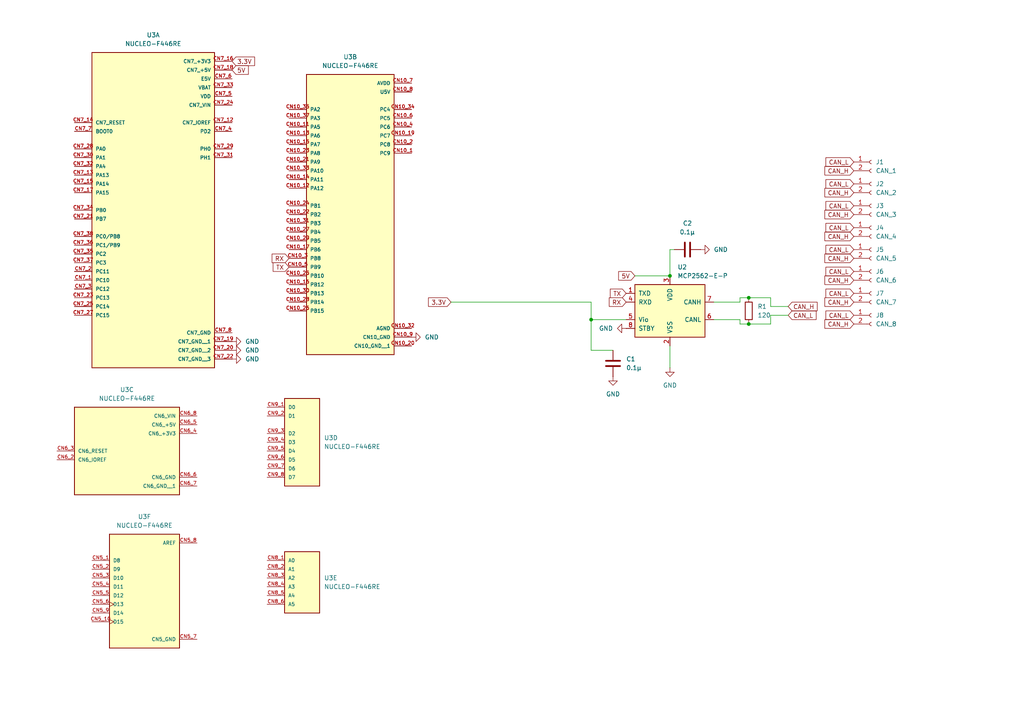
<source format=kicad_sch>
(kicad_sch (version 20231120) (generator "eeschema") (generator_version "8.0")
  (paper "A4")
  (lib_symbols
    (symbol "Connector:Conn_01x02_Socket" (pin_names (offset 1.016) hide)
      (property "Reference" "J" (at 0 2.54 0))
      (property "Value" "Conn_01x02_Socket" (at 0 -5.08 0))
      (symbol "Conn_01x02_Socket_1_1"
        (arc (start 0 -2.032) (mid -0.5058 -2.54) (end 0 -3.048) (stroke (width 0.1524)))
        (polyline (pts (xy -1.27 -2.54) (xy -0.508 -2.54)) (stroke (width 0.1524)))
        (polyline (pts (xy -1.27 0) (xy -0.508 0)) (stroke (width 0.1524)))
        (arc (start 0 0.508) (mid -0.5058 0) (end 0 -0.508) (stroke (width 0.1524)))
        (pin passive line (at -5.08 0 0) (length 3.81) (name "Pin_1") (number "1"))
        (pin passive line (at -5.08 -2.54 0) (length 3.81) (name "Pin_2") (number "2"))
      )
    )
    (symbol "Device:C" (pin_numbers hide) (pin_names (offset 0.254))
      (property "Reference" "C" (at 0.635 2.54 0))
      (property "Value" "C" (at 0.635 -2.54 0))
      (symbol "C_0_1"
        (polyline (pts (xy -2.032 -0.762) (xy 2.032 -0.762)) (stroke (width 0.508)))
        (polyline (pts (xy -2.032 0.762) (xy 2.032 0.762)) (stroke (width 0.508)))
      )
      (symbol "C_1_1"
        (pin passive line (at 0 3.81 270) (length 2.794) (name "~") (number "1"))
        (pin passive line (at 0 -3.81 90) (length 2.794) (name "~") (number "2"))
      )
    )
    (symbol "Device:R" (pin_numbers hide) (pin_names (offset 0))
      (property "Reference" "R" (at 2.032 0 90))
      (property "Value" "R" (at 0 0 90))
      (symbol "R_0_1"
        (rectangle (start -1.016 -2.54) (end 1.016 2.54) (stroke (width 0.254)))
      )
      (symbol "R_1_1"
        (pin passive line (at 0 3.81 270) (length 1.27) (name "~") (number "1"))
        (pin passive line (at 0 -3.81 90) (length 1.27) (name "~") (number "2"))
      )
    )
    (symbol "Interface_CAN_LIN:MCP2562-E-P" (pin_names (offset 1.016))
      (property "Reference" "U" (at -10.16 8.89 0))
      (property "Value" "MCP2562-E-P" (at 2.54 8.89 0))
      (symbol "MCP2562-E-P_0_1"
        (rectangle (start -10.16 7.62) (end 10.16 -7.62) (stroke (width 0.254)) (fill (type background)))
      )
      (symbol "MCP2562-E-P_1_1"
        (pin input line (at -12.7 5.08 0) (length 2.54) (name "TXD") (number "1"))
        (pin power_in line (at 0 -10.16 90) (length 2.54) (name "VSS") (number "2"))
        (pin power_in line (at 0 10.16 270) (length 2.54) (name "VDD") (number "3"))
        (pin output line (at -12.7 2.54 0) (length 2.54) (name "RXD") (number "4"))
        (pin power_in line (at -12.7 -2.54 0) (length 2.54) (name "Vio") (number "5"))
        (pin bidirectional line (at 12.7 -2.54 180) (length 2.54) (name "CANL") (number "6"))
        (pin bidirectional line (at 12.7 2.54 180) (length 2.54) (name "CANH") (number "7"))
        (pin input line (at -12.7 -5.08 0) (length 2.54) (name "STBY") (number "8"))
      )
    )
    (symbol "NUCLEO-F446RE:NUCLEO-F446RE" (pin_names (offset 1.016))
      (property "Reference" "U" (at -17.78 41.91 0))
      (property "Value" "NUCLEO-F446RE" (at -17.78 -52.07 0))
      (symbol "NUCLEO-F446RE_1_0"
        (rectangle (start -17.78 -50.8) (end 17.78 40.64) (stroke (width 0.254)) (fill (type background)))
        (pin bidirectional line (at -22.86 -25.4 0) (length 5.08) (name "PC10") (number "CN7_1"))
        (pin bidirectional line (at 22.86 20.32 180) (length 5.08) (name "CN7_IOREF") (number "CN7_12"))
        (pin bidirectional line (at -22.86 5.08 0) (length 5.08) (name "PA13") (number "CN7_13"))
        (pin bidirectional line (at -22.86 20.32 0) (length 5.08) (name "CN7_RESET") (number "CN7_14"))
        (pin bidirectional line (at -22.86 2.54 0) (length 5.08) (name "PA14") (number "CN7_15"))
        (pin power_in line (at 22.86 38.1 180) (length 5.08) (name "CN7_+3V3") (number "CN7_16"))
        (pin bidirectional line (at -22.86 0 0) (length 5.08) (name "PA15") (number "CN7_17"))
        (pin power_in line (at 22.86 35.56 180) (length 5.08) (name "CN7_+5V") (number "CN7_18"))
        (pin power_in line (at 22.86 -43.18 180) (length 5.08) (name "CN7_GND__1") (number "CN7_19"))
        (pin bidirectional line (at -22.86 -22.86 0) (length 5.08) (name "PC11") (number "CN7_2"))
        (pin power_in line (at 22.86 -45.72 180) (length 5.08) (name "CN7_GND__2") (number "CN7_20"))
        (pin bidirectional line (at -22.86 -7.62 0) (length 5.08) (name "PB7") (number "CN7_21"))
        (pin power_in line (at 22.86 -48.26 180) (length 5.08) (name "CN7_GND__3") (number "CN7_22"))
        (pin bidirectional line (at -22.86 -30.48 0) (length 5.08) (name "PC13") (number "CN7_23"))
        (pin power_in line (at 22.86 25.4 180) (length 5.08) (name "CN7_VIN") (number "CN7_24"))
        (pin bidirectional line (at -22.86 -33.02 0) (length 5.08) (name "PC14") (number "CN7_25"))
        (pin bidirectional line (at -22.86 -35.56 0) (length 5.08) (name "PC15") (number "CN7_27"))
        (pin bidirectional line (at -22.86 12.7 0) (length 5.08) (name "PA0") (number "CN7_28"))
        (pin bidirectional line (at 22.86 12.7 180) (length 5.08) (name "PH0") (number "CN7_29"))
        (pin bidirectional line (at -22.86 -27.94 0) (length 5.08) (name "PC12") (number "CN7_3"))
        (pin bidirectional line (at -22.86 10.16 0) (length 5.08) (name "PA1") (number "CN7_30"))
        (pin bidirectional line (at 22.86 10.16 180) (length 5.08) (name "PH1") (number "CN7_31"))
        (pin bidirectional line (at -22.86 7.62 0) (length 5.08) (name "PA4") (number "CN7_32"))
        (pin power_in line (at 22.86 30.48 180) (length 5.08) (name "VBAT") (number "CN7_33"))
        (pin bidirectional line (at -22.86 -5.08 0) (length 5.08) (name "PB0") (number "CN7_34"))
        (pin bidirectional line (at -22.86 -17.78 0) (length 5.08) (name "PC2") (number "CN7_35"))
        (pin bidirectional line (at -22.86 -15.24 0) (length 5.08) (name "PC1/PB9") (number "CN7_36"))
        (pin bidirectional line (at -22.86 -20.32 0) (length 5.08) (name "PC3") (number "CN7_37"))
        (pin bidirectional line (at -22.86 -12.7 0) (length 5.08) (name "PC0/PB8") (number "CN7_38"))
        (pin bidirectional line (at 22.86 17.78 180) (length 5.08) (name "PD2") (number "CN7_4"))
        (pin power_in line (at 22.86 27.94 180) (length 5.08) (name "VDD") (number "CN7_5"))
        (pin power_in line (at 22.86 33.02 180) (length 5.08) (name "E5V") (number "CN7_6"))
        (pin bidirectional line (at -22.86 17.78 0) (length 5.08) (name "BOOT0") (number "CN7_7"))
        (pin power_in line (at 22.86 -40.64 180) (length 5.08) (name "CN7_GND") (number "CN7_8"))
      )
      (symbol "NUCLEO-F446RE_2_0"
        (rectangle (start -12.7 -43.18) (end 12.7 38.1) (stroke (width 0.254)) (fill (type background)))
        (pin bidirectional line (at 17.78 15.24 180) (length 5.08) (name "PC9") (number "CN10_1"))
        (pin bidirectional line (at -17.78 22.86 0) (length 5.08) (name "PA5") (number "CN10_11"))
        (pin bidirectional line (at -17.78 5.08 0) (length 5.08) (name "PA12") (number "CN10_12"))
        (pin bidirectional line (at -17.78 20.32 0) (length 5.08) (name "PA6") (number "CN10_13"))
        (pin bidirectional line (at -17.78 7.62 0) (length 5.08) (name "PA11") (number "CN10_14"))
        (pin bidirectional line (at -17.78 17.78 0) (length 5.08) (name "PA7") (number "CN10_15"))
        (pin bidirectional line (at -17.78 -22.86 0) (length 5.08) (name "PB12") (number "CN10_16"))
        (pin bidirectional line (at -17.78 -12.7 0) (length 5.08) (name "PB6") (number "CN10_17"))
        (pin bidirectional line (at 17.78 20.32 180) (length 5.08) (name "PC7") (number "CN10_19"))
        (pin bidirectional line (at 17.78 17.78 180) (length 5.08) (name "PC8") (number "CN10_2"))
        (pin power_in line (at 17.78 -40.64 180) (length 5.08) (name "CN10_GND__1") (number "CN10_20"))
        (pin bidirectional line (at -17.78 12.7 0) (length 5.08) (name "PA9") (number "CN10_21"))
        (pin bidirectional line (at -17.78 -2.54 0) (length 5.08) (name "PB2") (number "CN10_22"))
        (pin bidirectional line (at -17.78 15.24 0) (length 5.08) (name "PA8") (number "CN10_23"))
        (pin bidirectional line (at -17.78 0 0) (length 5.08) (name "PB1") (number "CN10_24"))
        (pin bidirectional line (at -17.78 -20.32 0) (length 5.08) (name "PB10") (number "CN10_25"))
        (pin bidirectional line (at -17.78 -30.48 0) (length 5.08) (name "PB15") (number "CN10_26"))
        (pin bidirectional line (at -17.78 -7.62 0) (length 5.08) (name "PB4") (number "CN10_27"))
        (pin bidirectional line (at -17.78 -27.94 0) (length 5.08) (name "PB14") (number "CN10_28"))
        (pin bidirectional line (at -17.78 -10.16 0) (length 5.08) (name "PB5") (number "CN10_29"))
        (pin bidirectional line (at -17.78 -15.24 0) (length 5.08) (name "PB8") (number "CN10_3"))
        (pin bidirectional line (at -17.78 -25.4 0) (length 5.08) (name "PB13") (number "CN10_30"))
        (pin bidirectional line (at -17.78 -5.08 0) (length 5.08) (name "PB3") (number "CN10_31"))
        (pin power_in line (at 17.78 -35.56 180) (length 5.08) (name "AGND") (number "CN10_32"))
        (pin bidirectional line (at -17.78 10.16 0) (length 5.08) (name "PA10") (number "CN10_33"))
        (pin bidirectional line (at 17.78 27.94 180) (length 5.08) (name "PC4") (number "CN10_34"))
        (pin bidirectional line (at -17.78 27.94 0) (length 5.08) (name "PA2") (number "CN10_35"))
        (pin bidirectional line (at -17.78 25.4 0) (length 5.08) (name "PA3") (number "CN10_37"))
        (pin bidirectional line (at 17.78 22.86 180) (length 5.08) (name "PC6") (number "CN10_4"))
        (pin bidirectional line (at -17.78 -17.78 0) (length 5.08) (name "PB9") (number "CN10_5"))
        (pin bidirectional line (at 17.78 25.4 180) (length 5.08) (name "PC5") (number "CN10_6"))
        (pin power_in line (at 17.78 35.56 180) (length 5.08) (name "AVDD") (number "CN10_7"))
        (pin power_in line (at 17.78 33.02 180) (length 5.08) (name "U5V") (number "CN10_8"))
        (pin power_in line (at 17.78 -38.1 180) (length 5.08) (name "CN10_GND") (number "CN10_9"))
      )
      (symbol "NUCLEO-F446RE_3_0"
        (rectangle (start -15.24 -15.24) (end 15.24 10.16) (stroke (width 0.254)) (fill (type background)))
        (pin bidirectional line (at -20.32 -5.08 0) (length 5.08) (name "CN6_IOREF") (number "CN6_2"))
        (pin bidirectional line (at -20.32 -2.54 0) (length 5.08) (name "CN6_RESET") (number "CN6_3"))
        (pin power_in line (at 20.32 2.54 180) (length 5.08) (name "CN6_+3V3") (number "CN6_4"))
        (pin power_in line (at 20.32 5.08 180) (length 5.08) (name "CN6_+5V") (number "CN6_5"))
        (pin power_in line (at 20.32 -10.16 180) (length 5.08) (name "CN6_GND") (number "CN6_6"))
        (pin power_in line (at 20.32 -12.7 180) (length 5.08) (name "CN6_GND__1") (number "CN6_7"))
        (pin power_in line (at 20.32 7.62 180) (length 5.08) (name "CN6_VIN") (number "CN6_8"))
      )
      (symbol "NUCLEO-F446RE_4_0"
        (rectangle (start -5.08 -12.7) (end 5.08 12.7) (stroke (width 0.254)) (fill (type background)))
        (pin input line (at -10.16 10.16 0) (length 5.08) (name "D0") (number "CN9_1"))
        (pin output line (at -10.16 7.62 0) (length 5.08) (name "D1") (number "CN9_2"))
        (pin bidirectional line (at -10.16 2.54 0) (length 5.08) (name "D2") (number "CN9_3"))
        (pin bidirectional line (at -10.16 0 0) (length 5.08) (name "D3") (number "CN9_4"))
        (pin bidirectional line (at -10.16 -2.54 0) (length 5.08) (name "D4") (number "CN9_5"))
        (pin bidirectional line (at -10.16 -5.08 0) (length 5.08) (name "D5") (number "CN9_6"))
        (pin bidirectional line (at -10.16 -7.62 0) (length 5.08) (name "D6") (number "CN9_7"))
        (pin bidirectional line (at -10.16 -10.16 0) (length 5.08) (name "D7") (number "CN9_8"))
      )
      (symbol "NUCLEO-F446RE_5_0"
        (rectangle (start -5.08 -10.16) (end 5.08 7.62) (stroke (width 0.254)) (fill (type background)))
        (pin input line (at -10.16 5.08 0) (length 5.08) (name "A0") (number "CN8_1"))
        (pin input line (at -10.16 2.54 0) (length 5.08) (name "A1") (number "CN8_2"))
        (pin input line (at -10.16 0 0) (length 5.08) (name "A2") (number "CN8_3"))
        (pin input line (at -10.16 -2.54 0) (length 5.08) (name "A3") (number "CN8_4"))
        (pin input line (at -10.16 -5.08 0) (length 5.08) (name "A4") (number "CN8_5"))
        (pin input line (at -10.16 -7.62 0) (length 5.08) (name "A5") (number "CN8_6"))
      )
      (symbol "NUCLEO-F446RE_6_0"
        (rectangle (start -10.16 -17.78) (end 10.16 15.24) (stroke (width 0.254)) (fill (type background)))
        (pin bidirectional line (at -15.24 7.62 0) (length 5.08) (name "D8") (number "CN5_1"))
        (pin bidirectional clock (at -15.24 -10.16 0) (length 5.08) (name "D15") (number "CN5_10"))
        (pin bidirectional line (at -15.24 5.08 0) (length 5.08) (name "D9") (number "CN5_2"))
        (pin bidirectional line (at -15.24 2.54 0) (length 5.08) (name "D10") (number "CN5_3"))
        (pin bidirectional line (at -15.24 0 0) (length 5.08) (name "D11") (number "CN5_4"))
        (pin bidirectional line (at -15.24 -2.54 0) (length 5.08) (name "D12") (number "CN5_5"))
        (pin bidirectional clock (at -15.24 -5.08 0) (length 5.08) (name "D13") (number "CN5_6"))
        (pin power_in line (at 15.24 -15.24 180) (length 5.08) (name "CN5_GND") (number "CN5_7"))
        (pin power_in line (at 15.24 12.7 180) (length 5.08) (name "AREF") (number "CN5_8"))
        (pin bidirectional line (at -15.24 -7.62 0) (length 5.08) (name "D14") (number "CN5_9"))
      )
    )
    (symbol "power:GND" (power) (pin_numbers hide) (pin_names (offset 0) hide)
      (property "Value" "GND" (at 0 -3.81 0))
      (symbol "GND_0_1"
        (polyline (pts (xy 0 0) (xy 0 -1.27) (xy 1.27 -1.27) (xy 0 -2.54) (xy -1.27 -1.27) (xy 0 -1.27)))
      )
      (symbol "GND_1_1"
        (pin power_in line (at 0 0 270) (length 0) (name "~") (number "1"))
      )
    )
  )
  (junction (at 194.31 80.01))
  (junction (at 171.45 92.71))
  (junction (at 217.17 93.98))
  (junction (at 217.17 86.36))
  (wire (pts (xy 214.63 93.98) (xy 217.17 93.98)))
  (wire (pts (xy 171.45 92.71) (xy 181.61 92.71)))
  (wire (pts (xy 195.58 72.39) (xy 194.31 72.39)))
  (wire (pts (xy 184.15 80.01) (xy 194.31 80.01)))
  (wire (pts (xy 223.52 86.36) (xy 217.17 86.36)))
  (wire (pts (xy 171.45 87.63) (xy 171.45 92.71)))
  (wire (pts (xy 223.52 93.98) (xy 217.17 93.98)))
  (wire (pts (xy 171.45 92.71) (xy 171.45 101.6)))
  (wire (pts (xy 194.31 100.33) (xy 194.31 106.68)))
  (wire (pts (xy 194.31 72.39) (xy 194.31 80.01)))
  (wire (pts (xy 171.45 101.6) (xy 177.8 101.6)))
  (wire (pts (xy 214.63 86.36) (xy 217.17 86.36)))
  (wire (pts (xy 207.01 87.63) (xy 214.63 87.63)))
  (wire (pts (xy 228.6 88.9) (xy 223.52 88.9)))
  (wire (pts (xy 214.63 92.71) (xy 214.63 93.98)))
  (wire (pts (xy 228.6 91.44) (xy 223.52 91.44)))
  (wire (pts (xy 214.63 87.63) (xy 214.63 86.36)))
  (wire (pts (xy 223.52 88.9) (xy 223.52 86.36)))
  (wire (pts (xy 223.52 91.44) (xy 223.52 93.98)))
  (wire (pts (xy 130.81 87.63) (xy 171.45 87.63)))
  (wire (pts (xy 207.01 92.71) (xy 214.63 92.71)))
  (global_label "TX" (shape input) (at 83.82 77.47 180) (property "Intersheetrefs" "${INTERSHEET_REFS}" (effects (hide yes))))
  (global_label "CAN_L" (shape input) (at 247.65 85.09 180) (property "Intersheetrefs" "${INTERSHEET_REFS}" (effects (hide yes))))
  (global_label "CAN_H" (shape input) (at 247.65 55.88 180) (property "Intersheetrefs" "${INTERSHEET_REFS}" (effects (hide yes))))
  (global_label "CAN_H" (shape input) (at 228.6 88.9 0) (property "Intersheetrefs" "${INTERSHEET_REFS}" (effects (hide yes))))
  (global_label "CAN_L" (shape input) (at 228.6 91.44 0) (property "Intersheetrefs" "${INTERSHEET_REFS}" (effects (hide yes))))
  (global_label "CAN_L" (shape input) (at 247.65 78.74 180) (property "Intersheetrefs" "${INTERSHEET_REFS}" (effects (hide yes))))
  (global_label "CAN_H" (shape input) (at 247.65 93.98 180) (property "Intersheetrefs" "${INTERSHEET_REFS}" (effects (hide yes))))
  (global_label "TX" (shape input) (at 181.61 85.09 180) (property "Intersheetrefs" "${INTERSHEET_REFS}" (effects (hide yes))))
  (global_label "5V" (shape input) (at 184.15 80.01 180) (property "Intersheetrefs" "${INTERSHEET_REFS}" (effects (hide yes))))
  (global_label "5V" (shape input) (at 67.31 20.32 0) (property "Intersheetrefs" "${INTERSHEET_REFS}" (effects (hide yes))))
  (global_label "CAN_L" (shape input) (at 247.65 91.44 180) (property "Intersheetrefs" "${INTERSHEET_REFS}" (effects (hide yes))))
  (global_label "CAN_H" (shape input) (at 247.65 62.23 180) (property "Intersheetrefs" "${INTERSHEET_REFS}" (effects (hide yes))))
  (global_label "CAN_H" (shape input) (at 247.65 49.53 180) (property "Intersheetrefs" "${INTERSHEET_REFS}" (effects (hide yes))))
  (global_label "CAN_L" (shape input) (at 247.65 46.99 180) (property "Intersheetrefs" "${INTERSHEET_REFS}" (effects (hide yes))))
  (global_label "CAN_H" (shape input) (at 247.65 74.93 180) (property "Intersheetrefs" "${INTERSHEET_REFS}" (effects (hide yes))))
  (global_label "RX" (shape input) (at 181.61 87.63 180) (property "Intersheetrefs" "${INTERSHEET_REFS}" (effects (hide yes))))
  (global_label "3.3V" (shape input) (at 130.81 87.63 180) (property "Intersheetrefs" "${INTERSHEET_REFS}" (effects (hide yes))))
  (global_label "CAN_H" (shape input) (at 247.65 81.28 180) (property "Intersheetrefs" "${INTERSHEET_REFS}" (effects (hide yes))))
  (global_label "CAN_L" (shape input) (at 247.65 66.04 180) (property "Intersheetrefs" "${INTERSHEET_REFS}" (effects (hide yes))))
  (global_label "3.3V" (shape input) (at 67.31 17.78 0) (property "Intersheetrefs" "${INTERSHEET_REFS}" (effects (hide yes))))
  (global_label "CAN_L" (shape input) (at 247.65 53.34 180) (property "Intersheetrefs" "${INTERSHEET_REFS}" (effects (hide yes))))
  (global_label "CAN_H" (shape input) (at 247.65 87.63 180) (property "Intersheetrefs" "${INTERSHEET_REFS}" (effects (hide yes))))
  (global_label "CAN_H" (shape input) (at 247.65 68.58 180) (property "Intersheetrefs" "${INTERSHEET_REFS}" (effects (hide yes))))
  (global_label "CAN_L" (shape input) (at 247.65 59.69 180) (property "Intersheetrefs" "${INTERSHEET_REFS}" (effects (hide yes))))
  (global_label "CAN_L" (shape input) (at 247.65 72.39 180) (property "Intersheetrefs" "${INTERSHEET_REFS}" (effects (hide yes))))
  (global_label "RX" (shape input) (at 83.82 74.93 180) (property "Intersheetrefs" "${INTERSHEET_REFS}" (effects (hide yes))))
  (symbol (lib_id "power:GND") (at 67.31 99.06 90) (unit 1)
    (property "Reference" "#PWR07" (effects (hide yes)))
    (property "Value" "GND" (at 71.12 99.0599 90) (effects (justify right)))
    (property "Description" "Power symbol creates a global label with name \"GND\" , ground" (effects (hide yes)))
  )
  (symbol (lib_id "NUCLEO-F446RE:NUCLEO-F446RE") (at 87.63 167.64 0) (unit 5)
    (property "Reference" "U3" (at 93.98 167.6399 0) (effects (justify left)))
    (property "Value" "NUCLEO-F446RE" (at 93.98 170.1799 0) (effects (justify left)))
    (property "Footprint" "NUCLEO_F446RE.pritty:MODULE_NUCLEO-F446RE" (effects (hide yes)))
    (property "PARTREV" "13" (effects (hide yes)))
    (property "STANDARD" "Manufacturer Recommendations" (effects (hide yes)))
    (property "MANUFACTURER" "STMicroelectronics" (effects (hide yes)))
  )
  (symbol (lib_id "power:GND") (at 181.61 95.25 270) (unit 1)
    (property "Reference" "#PWR01" (effects (hide yes)))
    (property "Value" "GND" (at 177.8 95.2499 90) (effects (justify right)))
    (property "Description" "Power symbol creates a global label with name \"GND\" , ground" (effects (hide yes)))
  )
  (symbol (lib_id "power:GND") (at 119.38 97.79 90) (unit 1)
    (property "Reference" "#PWR08" (effects (hide yes)))
    (property "Value" "GND" (at 123.19 97.7899 90) (effects (justify right)))
    (property "Description" "Power symbol creates a global label with name \"GND\" , ground" (effects (hide yes)))
  )
  (symbol (lib_id "Connector:Conn_01x02_Socket") (at 252.73 59.69 0) (unit 1)
    (property "Reference" "J3" (at 254 59.6899 0) (effects (justify left)))
    (property "Value" "CAN_3" (at 254 62.2299 0) (effects (justify left)))
    (property "Footprint" "Connector_AMASS:AMASS_XT30U-F_1x02_P5.0mm_Vertical" (effects (hide yes)))
    (property "Description" "Generic connector, single row, 01x02, script generated" (effects (hide yes)))
  )
  (symbol (lib_id "power:GND") (at 67.31 104.14 90) (unit 1)
    (property "Reference" "#PWR03" (effects (hide yes)))
    (property "Value" "GND" (at 71.12 104.1399 90) (effects (justify right)))
    (property "Description" "Power symbol creates a global label with name \"GND\" , ground" (effects (hide yes)))
  )
  (symbol (lib_id "Connector:Conn_01x02_Socket") (at 252.73 91.44 0) (unit 1)
    (property "Reference" "J8" (at 254 91.4399 0) (effects (justify left)))
    (property "Value" "CAN_8" (at 254 93.9799 0) (effects (justify left)))
    (property "Footprint" "Connector_AMASS:AMASS_XT30U-F_1x02_P5.0mm_Vertical" (effects (hide yes)))
    (property "Description" "Generic connector, single row, 01x02, script generated" (effects (hide yes)))
  )
  (symbol (lib_id "power:GND") (at 203.2 72.39 90) (unit 1)
    (property "Reference" "#PWR05" (effects (hide yes)))
    (property "Value" "GND" (at 207.01 72.3899 90) (effects (justify right)))
    (property "Description" "Power symbol creates a global label with name \"GND\" , ground" (effects (hide yes)))
  )
  (symbol (lib_id "Interface_CAN_LIN:MCP2562-E-P") (at 194.31 90.17 0) (unit 1)
    (property "Reference" "U2" (at 196.5041 77.47 0) (effects (justify left)))
    (property "Value" "MCP2562-E-P" (at 196.5041 80.01 0) (effects (justify left)))
    (property "Footprint" "Package_DIP:DIP-8_W7.62mm" (effects (hide yes)))
    (property "Datasheet" "http://ww1.microchip.com/downloads/en/DeviceDoc/25167A.pdf" (effects (hide yes)))
    (property "Description" "High-Speed CAN Transceiver, 1Mbps, 5V supply, Vio pin, -40C to +125C, DIP-8" (effects (hide yes)))
  )
  (symbol (lib_id "NUCLEO-F446RE:NUCLEO-F446RE") (at 44.45 55.88 0) (unit 1)
    (property "Reference" "U3" (at 44.45 10.16 0))
    (property "Value" "NUCLEO-F446RE" (at 44.45 12.7 0))
    (property "Footprint" "NUCLEO_F446RE.pritty:MODULE_NUCLEO-F446RE" (effects (hide yes)))
    (property "PARTREV" "13" (effects (hide yes)))
    (property "STANDARD" "Manufacturer Recommendations" (effects (hide yes)))
    (property "MANUFACTURER" "STMicroelectronics" (effects (hide yes)))
  )
  (symbol (lib_id "NUCLEO-F446RE:NUCLEO-F446RE") (at 101.6 59.69 0) (unit 2)
    (property "Reference" "U3" (at 101.6 16.51 0))
    (property "Value" "NUCLEO-F446RE" (at 101.6 19.05 0))
    (property "Footprint" "NUCLEO_F446RE.pritty:MODULE_NUCLEO-F446RE" (effects (hide yes)))
    (property "PARTREV" "13" (effects (hide yes)))
    (property "STANDARD" "Manufacturer Recommendations" (effects (hide yes)))
    (property "MANUFACTURER" "STMicroelectronics" (effects (hide yes)))
  )
  (symbol (lib_id "Connector:Conn_01x02_Socket") (at 252.73 46.99 0) (unit 1)
    (property "Reference" "J1" (at 254 46.9899 0) (effects (justify left)))
    (property "Value" "CAN_1" (at 254 49.5299 0) (effects (justify left)))
    (property "Footprint" "Connector_AMASS:AMASS_XT30U-F_1x02_P5.0mm_Vertical" (effects (hide yes)))
    (property "Description" "Generic connector, single row, 01x02, script generated" (effects (hide yes)))
  )
  (symbol (lib_id "NUCLEO-F446RE:NUCLEO-F446RE") (at 41.91 170.18 0) (unit 6)
    (property "Reference" "U3" (at 41.91 149.86 0))
    (property "Value" "NUCLEO-F446RE" (at 41.91 152.4 0))
    (property "Footprint" "NUCLEO_F446RE.pritty:MODULE_NUCLEO-F446RE" (effects (hide yes)))
    (property "PARTREV" "13" (effects (hide yes)))
    (property "STANDARD" "Manufacturer Recommendations" (effects (hide yes)))
    (property "MANUFACTURER" "STMicroelectronics" (effects (hide yes)))
  )
  (symbol (lib_id "Connector:Conn_01x02_Socket") (at 252.73 66.04 0) (unit 1)
    (property "Reference" "J4" (at 254 66.0399 0) (effects (justify left)))
    (property "Value" "CAN_4" (at 254 68.5799 0) (effects (justify left)))
    (property "Footprint" "Connector_AMASS:AMASS_XT30U-F_1x02_P5.0mm_Vertical" (effects (hide yes)))
    (property "Description" "Generic connector, single row, 01x02, script generated" (effects (hide yes)))
  )
  (symbol (lib_id "NUCLEO-F446RE:NUCLEO-F446RE") (at 36.83 128.27 0) (unit 3)
    (property "Reference" "U3" (at 36.83 113.03 0))
    (property "Value" "NUCLEO-F446RE" (at 36.83 115.57 0))
    (property "Footprint" "NUCLEO_F446RE.pritty:MODULE_NUCLEO-F446RE" (effects (hide yes)))
    (property "PARTREV" "13" (effects (hide yes)))
    (property "STANDARD" "Manufacturer Recommendations" (effects (hide yes)))
    (property "MANUFACTURER" "STMicroelectronics" (effects (hide yes)))
  )
  (symbol (lib_id "NUCLEO-F446RE:NUCLEO-F446RE") (at 87.63 128.27 0) (unit 4)
    (property "Reference" "U3" (at 93.98 126.9999 0) (effects (justify left)))
    (property "Value" "NUCLEO-F446RE" (at 93.98 129.5399 0) (effects (justify left)))
    (property "Footprint" "NUCLEO_F446RE.pritty:MODULE_NUCLEO-F446RE" (effects (hide yes)))
    (property "PARTREV" "13" (effects (hide yes)))
    (property "STANDARD" "Manufacturer Recommendations" (effects (hide yes)))
    (property "MANUFACTURER" "STMicroelectronics" (effects (hide yes)))
  )
  (symbol (lib_id "Connector:Conn_01x02_Socket") (at 252.73 85.09 0) (unit 1)
    (property "Reference" "J7" (at 254 85.0899 0) (effects (justify left)))
    (property "Value" "CAN_7" (at 254 87.6299 0) (effects (justify left)))
    (property "Footprint" "Connector_AMASS:AMASS_XT30U-F_1x02_P5.0mm_Vertical" (effects (hide yes)))
    (property "Description" "Generic connector, single row, 01x02, script generated" (effects (hide yes)))
  )
  (symbol (lib_id "Device:C") (at 177.8 105.41 0) (unit 1)
    (property "Reference" "C1" (at 181.61 104.1399 0) (effects (justify left)))
    (property "Value" "0.1μ" (at 181.61 106.6799 0) (effects (justify left)))
    (property "Footprint" "Capacitor_THT:C_Disc_D3.0mm_W2.0mm_P2.50mm" (effects (hide yes)))
    (property "Description" "Unpolarized capacitor" (effects (hide yes)))
  )
  (symbol (lib_id "Connector:Conn_01x02_Socket") (at 252.73 78.74 0) (unit 1)
    (property "Reference" "J6" (at 254 78.7399 0) (effects (justify left)))
    (property "Value" "CAN_6" (at 254 81.2799 0) (effects (justify left)))
    (property "Footprint" "Connector_AMASS:AMASS_XT30U-F_1x02_P5.0mm_Vertical" (effects (hide yes)))
    (property "Description" "Generic connector, single row, 01x02, script generated" (effects (hide yes)))
  )
  (symbol (lib_id "Device:R") (at 217.17 90.17 0) (unit 1)
    (property "Reference" "R1" (at 219.71 88.8999 0) (effects (justify left)))
    (property "Value" "120" (at 219.71 91.4399 0) (effects (justify left)))
    (property "Footprint" "Resistor_THT:R_Axial_DIN0207_L6.3mm_D2.5mm_P10.16mm_Horizontal" (effects (hide yes)))
    (property "Description" "Resistor" (effects (hide yes)))
  )
  (symbol (lib_id "Connector:Conn_01x02_Socket") (at 252.73 53.34 0) (unit 1)
    (property "Reference" "J2" (at 254 53.3399 0) (effects (justify left)))
    (property "Value" "CAN_2" (at 254 55.8799 0) (effects (justify left)))
    (property "Footprint" "Connector_AMASS:AMASS_XT30U-F_1x02_P5.0mm_Vertical" (effects (hide yes)))
    (property "Description" "Generic connector, single row, 01x02, script generated" (effects (hide yes)))
  )
  (symbol (lib_id "power:GND") (at 67.31 101.6 90) (unit 1)
    (property "Reference" "#PWR06" (effects (hide yes)))
    (property "Value" "GND" (at 71.12 101.5999 90) (effects (justify right)))
    (property "Description" "Power symbol creates a global label with name \"GND\" , ground" (effects (hide yes)))
  )
  (symbol (lib_id "Device:C") (at 199.39 72.39 90) (unit 1)
    (property "Reference" "C2" (at 199.39 64.77 90))
    (property "Value" "0.1μ" (at 199.39 67.31 90))
    (property "Footprint" "Capacitor_THT:C_Disc_D3.0mm_W2.0mm_P2.50mm" (effects (hide yes)))
    (property "Description" "Unpolarized capacitor" (effects (hide yes)))
  )
  (symbol (lib_id "power:GND") (at 177.8 109.22 0) (unit 1)
    (property "Reference" "#PWR04" (effects (hide yes)))
    (property "Value" "GND" (at 177.8 114.3 0))
    (property "Description" "Power symbol creates a global label with name \"GND\" , ground" (effects (hide yes)))
  )
  (symbol (lib_id "Connector:Conn_01x02_Socket") (at 252.73 72.39 0) (unit 1)
    (property "Reference" "J5" (at 254 72.3899 0) (effects (justify left)))
    (property "Value" "CAN_5" (at 254 74.9299 0) (effects (justify left)))
    (property "Footprint" "Connector_AMASS:AMASS_XT30U-F_1x02_P5.0mm_Vertical" (effects (hide yes)))
    (property "Description" "Generic connector, single row, 01x02, script generated" (effects (hide yes)))
  )
  (symbol (lib_id "power:GND") (at 194.31 106.68 0) (unit 1)
    (property "Reference" "#PWR02" (effects (hide yes)))
    (property "Value" "GND" (at 194.31 111.76 0))
    (property "Description" "Power symbol creates a global label with name \"GND\" , ground" (effects (hide yes)))
  )
)
</source>
